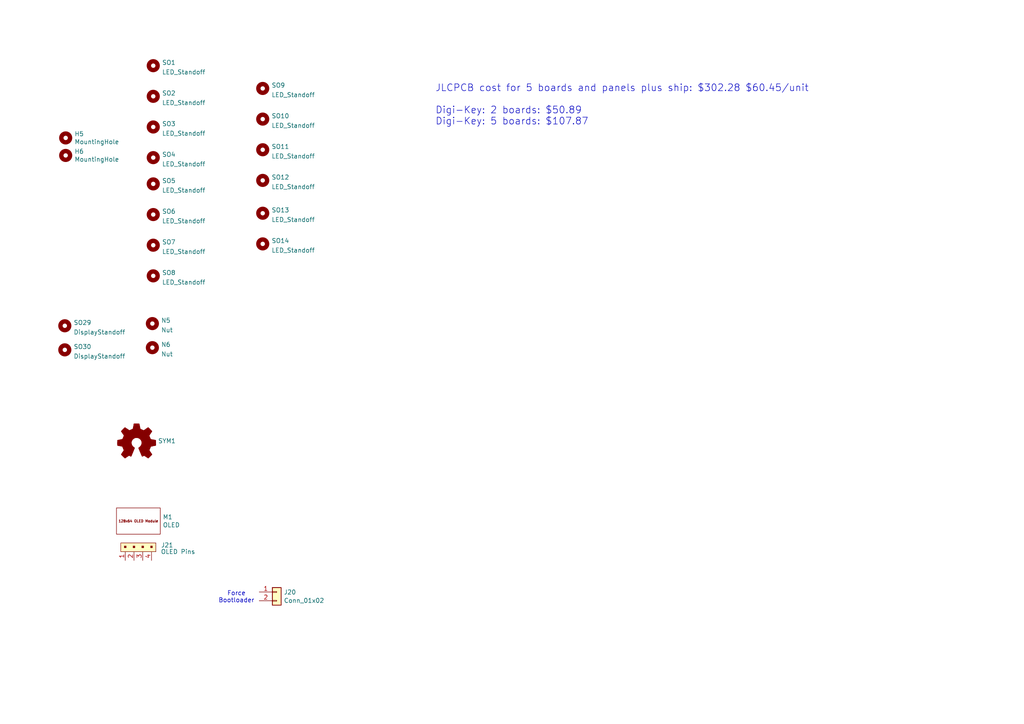
<source format=kicad_sch>
(kicad_sch (version 20231120) (generator "eeschema") (generator_version "8.0")
  (paper "A4")
  (title_block (title "Thor's Arsenal") (rev "0.2"))
  (lib_symbols
    (symbol "Connector_Generic:Conn_01x02" (pin_names (offset 1.016) hide)
      (property "Reference" "J" (at 0 2.54 0))
      (property "Value" "Conn_01x02" (at 0 -5.08 0))
      (symbol "Conn_01x02_1_1"
        (rectangle (start -1.27 -2.413) (end 0 -2.667) (stroke (width 0.1524)))
        (rectangle (start -1.27 0.127) (end 0 -0.127) (stroke (width 0.1524)))
        (rectangle (start -1.27 1.27) (end 1.27 -3.81) (stroke (width 0.254)) (fill (type background)))
        (pin passive line (at -5.08 0 0) (length 3.81) (name "Pin_1") (number "1"))
        (pin passive line (at -5.08 -2.54 0) (length 3.81) (name "Pin_2") (number "2"))
      )
    )
    (symbol "Graphic:Logo_Open_Hardware_Small" (in_bom no) (on_board no)
      (symbol "Logo_Open_Hardware_Small_0_1"
        (polyline (pts (xy 3.3528 -4.3434) (xy 3.302 -4.318) (xy 3.175 -4.2418) (xy 2.9972 -4.1148) (xy 2.7686 -3.9624) (xy 2.54 -3.81) (xy 2.3622 -3.7084) (xy 2.2352 -3.6068) (xy 2.1844 -3.5814) (xy 2.159 -3.6068) (xy 2.0574 -3.6576) (xy 1.905 -3.7338) (xy 1.8034 -3.7846) (xy 1.6764 -3.8354) (xy 1.6002 -3.8354) (xy 1.6002 -3.8354) (xy 1.5494 -3.7338) (xy 1.4732 -3.5306) (xy 1.3462 -3.302) (xy 1.2446 -3.0226) (xy 1.1176 -2.7178) (xy 0.9652 -2.413) (xy 0.8636 -2.1082) (xy 0.7366 -1.8288) (xy 0.6604 -1.6256) (xy 0.6096 -1.4732) (xy 0.5842 -1.397) (xy 0.5842 -1.397) (xy 0.6604 -1.3208) (xy 0.7874 -1.2446) (xy 1.0414 -1.016) (xy 1.2954 -0.6858) (xy 1.4478 -0.3302) (xy 1.524 0.0762) (xy 1.4732 0.4572) (xy 1.3208 0.8128) (xy 1.0668 1.143) (xy 0.762 1.3716) (xy 0.4064 1.524) (xy 0 1.5748) (xy -0.381 1.5494) (xy -0.7366 1.397) (xy -1.0668 1.143) (xy -1.2192 0.9906) (xy -1.397 0.6604) (xy -1.524 0.3048) (xy -1.524 0.2286) (xy -1.4986 -0.1778) (xy -1.397 -0.5334) (xy -1.1938 -0.8636) (xy -0.9144 -1.143) (xy -0.8636 -1.1684) (xy -0.7366 -1.27) (xy -0.635 -1.3462) (xy -0.5842 -1.397) (xy -1.0668 -2.5908) (xy -1.143 -2.794) (xy -1.2954 -3.1242) (xy -1.397 -3.4036) (xy -1.4986 -3.6322) (xy -1.5748 -3.7846) (xy -1.6002 -3.8354) (xy -1.6002 -3.8354) (xy -1.651 -3.8354) (xy -1.7272 -3.81) (xy -1.905 -3.7338) (xy -2.0066 -3.683) (xy -2.1336 -3.6068) (xy -2.2098 -3.5814) (xy -2.2606 -3.6068) (xy -2.3622 -3.683) (xy -2.54 -3.81) (xy -2.7686 -3.9624) (xy -2.9718 -4.0894) (xy -3.1496 -4.2164) (xy -3.302 -4.318) (xy -3.3528 -4.3434) (xy -3.3782 -4.3434) (xy -3.429 -4.318) (xy -3.5306 -4.2164) (xy -3.7084 -4.064) (xy -3.937 -3.8354) (xy -3.9624 -3.81) (xy -4.1656 -3.6068) (xy -4.318 -3.4544) (xy -4.4196 -3.3274) (xy -4.445 -3.2766) (xy -4.445 -3.2766) (xy -4.4196 -3.2258) (xy -4.318 -3.0734) (xy -4.2164 -2.8956) (xy -4.064 -2.667) (xy -3.6576 -2.0828) (xy -3.8862 -1.5494) (xy -3.937 -1.3716) (xy -4.0386 -1.1684) (xy -4.0894 -1.0414) (xy -4.1148 -0.9652) (xy -4.191 -0.9398) (xy -4.318 -0.9144) (xy -4.5466 -0.8636) (xy -4.8006 -0.8128) (xy -5.0546 -0.7874) (xy -5.2578 -0.7366) (xy -5.4356 -0.7112) (xy -5.5118 -0.6858) (xy -5.5118 -0.6858) (xy -5.5372 -0.635) (xy -5.5372 -0.5588) (xy -5.5372 -0.4318) (xy -5.5626 -0.2286) (xy -5.5626 0.0762) (xy -5.5626 0.127) (xy -5.5372 0.4064) (xy -5.5372 0.635) (xy -5.5372 0.762) (xy -5.5372 0.8382) (xy -5.5372 0.8382) (xy -5.461 0.8382) (xy -5.3086 0.889) (xy -5.08 0.9144) (xy -4.826 0.9652) (xy -4.8006 0.9906) (xy -4.5466 1.0414) (xy -4.318 1.0668) (xy -4.1656 1.1176) (xy -4.0894 1.143) (xy -4.0894 1.143) (xy -4.0386 1.2446) (xy -3.9624 1.4224) (xy -3.8608 1.6256) (xy -3.7846 1.8288) (xy -3.7084 2.0066) (xy -3.6576 2.159) (xy -3.6322 2.2098) (xy -3.6322 2.2098) (xy -3.683 2.286) (xy -3.7592 2.413) (xy -3.8862 2.5908) (xy -4.064 2.8194) (xy -4.064 2.8448) (xy -4.2164 3.0734) (xy -4.3434 3.2512) (xy -4.4196 3.3782) (xy -4.445 3.4544) (xy -4.445 3.4544) (xy -4.3942 3.5052) (xy -4.2926 3.6322) (xy -4.1148 3.81) (xy -3.937 4.0132) (xy -3.8608 4.064) (xy -3.6576 4.2926) (xy -3.5052 4.4196) (xy -3.4036 4.4958) (xy -3.3528 4.5212) (xy -3.3528 4.5212) (xy -3.302 4.4704) (xy -3.1496 4.3688) (xy -2.9718 4.2418) (xy -2.7432 4.0894) (xy -2.7178 4.0894) (xy -2.4892 3.937) (xy -2.3114 3.81) (xy -2.1844 3.7084) (xy -2.1336 3.683) (xy -2.1082 3.683) (xy -2.032 3.7084) (xy -1.8542 3.7592) (xy -1.6764 3.8354) (xy -1.4732 3.937) (xy -1.27 4.0132) (xy -1.143 4.064) (xy -1.0668 4.1148) (xy -1.0668 4.1148) (xy -1.0414 4.191) (xy -1.016 4.3434) (xy -0.9652 4.572) (xy -0.9144 4.8514) (xy -0.889 4.9022) (xy -0.8382 5.1562) (xy -0.8128 5.3848) (xy -0.7874 5.5372) (xy -0.762 5.588) (xy -0.7112 5.6134) (xy -0.5842 5.6134) (xy -0.4064 5.6134) (xy -0.1524 5.6134) (xy 0.0762 5.6134) (xy 0.3302 5.6134) (xy 0.5334 5.6134) (xy 0.6858 5.588) (xy 0.7366 5.588) (xy 0.7366 5.588) (xy 0.762 5.5118) (xy 0.8128 5.334) (xy 0.8382 5.1054) (xy 0.9144 4.826) (xy 0.9144 4.7752) (xy 0.9652 4.5212) (xy 1.016 4.2926) (xy 1.0414 4.1402) (xy 1.0668 4.0894) (xy 1.0668 4.0894) (xy 1.1938 4.0386) (xy 1.3716 3.9624) (xy 1.5748 3.8608) (xy 2.0828 3.6576) (xy 2.7178 4.0894) (xy 2.7686 4.1402) (xy 2.9972 4.2926) (xy 3.175 4.4196) (xy 3.302 4.4958) (xy 3.3782 4.5212) (xy 3.3782 4.5212) (xy 3.429 4.4704) (xy 3.556 4.3434) (xy 3.7338 4.191) (xy 3.9116 3.9878) (xy 4.064 3.8354) (xy 4.2418 3.6576) (xy 4.3434 3.556) (xy 4.4196 3.4798) (xy 4.4196 3.429) (xy 4.4196 3.4036) (xy 4.3942 3.3274) (xy 4.2926 3.2004) (xy 4.1656 2.9972) (xy 4.0132 2.794) (xy 3.8862 2.5908) (xy 3.7592 2.3876) (xy 3.6576 2.2352) (xy 3.6322 2.159) (xy 3.6322 2.1336) (xy 3.683 2.0066) (xy 3.7592 1.8288) (xy 3.8608 1.6002) (xy 4.064 1.1176) (xy 4.3942 1.0414) (xy 4.5974 1.016) (xy 4.8768 0.9652) (xy 5.1308 0.9144) (xy 5.5372 0.8382) (xy 5.5626 -0.6604) (xy 5.4864 -0.6858) (xy 5.4356 -0.6858) (xy 5.2832 -0.7366) (xy 5.0546 -0.762) (xy 4.8006 -0.8128) (xy 4.5974 -0.8636) (xy 4.3688 -0.9144) (xy 4.2164 -0.9398) (xy 4.1402 -0.9398) (xy 4.1148 -0.9652) (xy 4.064 -1.0668) (xy 3.9878 -1.2446) (xy 3.9116 -1.4478) (xy 3.81 -1.651) (xy 3.7338 -1.8542) (xy 3.683 -2.0066) (xy 3.6576 -2.0828) (xy 3.683 -2.1336) (xy 3.7846 -2.2606) (xy 3.8862 -2.4638) (xy 4.0386 -2.667) (xy 4.191 -2.8956) (xy 4.318 -3.0734) (xy 4.3942 -3.2004) (xy 4.445 -3.2766) (xy 4.4196 -3.3274) (xy 4.3434 -3.429) (xy 4.1656 -3.5814) (xy 3.937 -3.8354) (xy 3.8862 -3.8608) (xy 3.683 -4.064) (xy 3.5306 -4.2164) (xy 3.4036 -4.318) (xy 3.3528 -4.3434)) (fill (type outline)))
      )
    )
    (symbol "Mechanical:MountingHole" (pin_names (offset 1.016))
      (property "Reference" "H" (at 0 5.08 0))
      (property "Value" "MountingHole" (at 0 3.175 0))
      (symbol "MountingHole_0_1"
        (circle (center 0 0) (radius 1.27) (stroke (width 1.27)))
      )
    )
    (symbol "dk_Rectangular-Connectors-Headers-Male-Pins:0022232041" (pin_names (offset 1.016))
      (property "Reference" "J" (at -2.54 1.27 0))
      (property "Value" "dk_Rectangular-Connectors-Headers-Male-Pins_0022232041" (at 3.81 -3.81 0))
      (symbol "0022232041_1_1"
        (rectangle (start -1.27 0) (end 8.89 -2.54) (fill (type background)))
        (rectangle (start -0.254 -1.143) (end 0.254 -1.651) (fill (type outline)))
        (rectangle (start 2.286 -1.143) (end 2.794 -1.651) (fill (type outline)))
        (rectangle (start 4.826 -1.143) (end 5.334 -1.651) (fill (type outline)))
        (rectangle (start 7.366 -1.143) (end 7.874 -1.651) (fill (type outline)))
        (pin passive line (at 0 2.54 270) (length 2.54) (name "~") (number "1"))
        (pin passive line (at 2.54 2.54 270) (length 2.54) (name "~") (number "2"))
        (pin passive line (at 5.08 2.54 270) (length 2.54) (name "~") (number "3"))
        (pin passive line (at 7.62 2.54 270) (length 2.54) (name "~") (number "4"))
      )
    )
    (symbol "greenface-symbols:OLED_Module" (pin_names (offset 1.016))
      (property "Reference" "M" (at -6.35 10.16 0))
      (property "Value" "OLED_Module" (at 0 0 0))
      (symbol "OLED_Module_0_0"
        (text "128x64 OLED Module" (at 0 5.08 0) (effects (font (size 0.7112 0.7112))))
      )
      (symbol "OLED_Module_0_1"
        (rectangle (start -6.35 8.89) (end 6.35 1.27))
      )
    )
    (symbol "greenface:LED_Standoff" (pin_names (offset 1.016))
      (property "Reference" "SO" (at 0 5.08 0))
      (property "Value" "LED_Standoff" (at 0 3.175 0))
      (symbol "LED_Standoff_0_1"
        (circle (center 0 0) (radius 1.27) (stroke (width 1.27)))
      )
    )
  )
  (text "JLCPCB cost for 5 boards and panels plus ship: $302.28 $60.45/unit\n\nDigi-Key: 2 boards: $50.89\nDigi-Key: 5 boards: $107.87" (at 126.238 30.48 0) (effects (font (size 2 2)) (justify left)))
  (text "Force\nBootloader" (at 68.58 175.006 0) (effects (font (size 1.27 1.27)) (justify bottom)))
  (symbol (lib_id "greenface-symbols:OLED_Module") (at 40.132 156.21 0) (unit 1) (on_board no)
    (property "Reference" "M1" (at 47.1932 149.9616 0) (effects (justify left)))
    (property "Value" "OLED" (at 47.1932 152.273 0) (effects (justify left)))
    (property "URL" "https://www.amazon.com/gp/product/B072Q2X2LL/" (effects (hide yes)))
  )
  (symbol (lib_id "greenface:LED_Standoff") (at 76.2 52.324 0) (unit 1) (on_board no)
    (property "Reference" "SO12" (at 78.74 51.4155 0) (effects (justify left)))
    (property "Value" "LED_Standoff" (at 78.74 54.1906 0) (effects (justify left)))
    (property "Digi-Key Part" "732-11594-ND" (effects (hide yes)))
  )
  (symbol (lib_id "greenface:LED_Standoff") (at 44.196 100.838 0) (unit 1) (on_board no)
    (property "Reference" "N6" (at 46.736 99.9295 0) (effects (justify left)))
    (property "Value" "Nut" (at 46.736 102.7046 0) (effects (justify left)))
    (property "Digi-Key Part" "36-4687-ND" (effects (hide yes)))
  )
  (symbol (lib_id "greenface:LED_Standoff") (at 76.2 61.849 0) (unit 1) (on_board no)
    (property "Reference" "SO13" (at 78.74 60.9405 0) (effects (justify left)))
    (property "Value" "LED_Standoff" (at 78.74 63.7156 0) (effects (justify left)))
    (property "Digi-Key Part" "732-11594-ND" (effects (hide yes)))
  )
  (symbol (lib_id "greenface:LED_Standoff") (at 44.45 19.05 0) (unit 1) (on_board no)
    (property "Reference" "SO1" (at 46.99 18.1415 0) (effects (justify left)))
    (property "Value" "LED_Standoff" (at 46.99 20.9166 0) (effects (justify left)))
    (property "Digi-Key Part" "732-11594-ND" (effects (hide yes)))
  )
  (symbol (lib_id "Connector_Generic:Conn_01x02") (at 80.264 171.704 0) (unit 1) (on_board no)
    (property "Reference" "J20" (at 82.296 171.7618 0) (effects (justify left)))
    (property "Value" "Conn_01x02" (at 82.296 174.1861 0) (effects (justify left)))
    (property "Description" "Generic connector, single row, 01x02, script generated (kicad-library-utils/schlib/autogen/connector/)" (effects (hide yes)))
    (property "Digi-Key Part" "609-2997-ND" (effects (hide yes)))
  )
  (symbol (lib_id "greenface:LED_Standoff") (at 44.45 80.01 0) (unit 1) (on_board no)
    (property "Reference" "SO8" (at 46.99 79.1015 0) (effects (justify left)))
    (property "Value" "LED_Standoff" (at 46.99 81.8766 0) (effects (justify left)))
    (property "Digi-Key Part" "732-11594-ND" (effects (hide yes)))
  )
  (symbol (lib_id "greenface:LED_Standoff") (at 76.2 34.544 0) (unit 1) (on_board no)
    (property "Reference" "SO10" (at 78.74 33.6355 0) (effects (justify left)))
    (property "Value" "LED_Standoff" (at 78.74 36.4106 0) (effects (justify left)))
    (property "Digi-Key Part" "732-11594-ND" (effects (hide yes)))
  )
  (symbol (lib_id "greenface:LED_Standoff") (at 76.2 25.654 0) (unit 1) (on_board no)
    (property "Reference" "SO9" (at 78.74 24.7455 0) (effects (justify left)))
    (property "Value" "LED_Standoff" (at 78.74 27.5206 0) (effects (justify left)))
    (property "Digi-Key Part" "732-11594-ND" (effects (hide yes)))
  )
  (symbol (lib_id "greenface:LED_Standoff") (at 18.796 94.488 0) (unit 1) (on_board no)
    (property "Reference" "SO29" (at 21.336 93.5795 0) (effects (justify left)))
    (property "Value" "DisplayStandoff" (at 21.336 96.3546 0) (effects (justify left)))
    (property "Digi-Key Part" "732-13045-ND" (effects (hide yes)))
  )
  (symbol (lib_id "greenface:LED_Standoff") (at 44.196 93.853 0) (unit 1) (on_board no)
    (property "Reference" "N5" (at 46.736 92.9445 0) (effects (justify left)))
    (property "Value" "Nut" (at 46.736 95.7196 0) (effects (justify left)))
    (property "Digi-Key Part" "36-4687-ND" (effects (hide yes)))
  )
  (symbol (lib_id "greenface:LED_Standoff") (at 44.45 53.34 0) (unit 1) (on_board no)
    (property "Reference" "SO5" (at 46.99 52.4315 0) (effects (justify left)))
    (property "Value" "LED_Standoff" (at 46.99 55.2066 0) (effects (justify left)))
    (property "Digi-Key Part" "732-11594-ND" (effects (hide yes)))
  )
  (symbol (lib_id "greenface:LED_Standoff") (at 76.2 43.434 0) (unit 1) (on_board no)
    (property "Reference" "SO11" (at 78.74 42.5255 0) (effects (justify left)))
    (property "Value" "LED_Standoff" (at 78.74 45.3006 0) (effects (justify left)))
    (property "Digi-Key Part" "732-11594-ND" (effects (hide yes)))
  )
  (symbol (lib_id "greenface:LED_Standoff") (at 44.45 62.23 0) (unit 1) (on_board no)
    (property "Reference" "SO6" (at 46.99 61.3215 0) (effects (justify left)))
    (property "Value" "LED_Standoff" (at 46.99 64.0966 0) (effects (justify left)))
    (property "Digi-Key Part" "732-11594-ND" (effects (hide yes)))
  )
  (symbol (lib_id "greenface:LED_Standoff") (at 18.796 101.473 0) (unit 1) (on_board no)
    (property "Reference" "SO30" (at 21.336 100.5645 0) (effects (justify left)))
    (property "Value" "DisplayStandoff" (at 21.336 103.3396 0) (effects (justify left)))
    (property "Digi-Key Part" "732-13045-ND" (effects (hide yes)))
  )
  (symbol (lib_id "Mechanical:MountingHole") (at 19.05 45.085 0) (unit 1) (in_bom no)
    (property "Reference" "H6" (at 21.59 43.9166 0) (effects (justify left)))
    (property "Value" "MountingHole" (at 21.59 46.228 0) (effects (justify left)))
    (property "Footprint" "sputterizer:MountingHole_2.5mm-No-Margin" (effects (hide yes)))
  )
  (symbol (lib_id "dk_Rectangular-Connectors-Headers-Male-Pins:0022232041") (at 36.322 160.02 0) (mirror x) (unit 1) (on_board no)
    (property "Reference" "J21" (at 50.292 158.115 0) (effects (justify right)))
    (property "Value" "OLED Pins" (at 56.642 160.02 0) (effects (justify right)))
    (property "Datasheet" "https://mm.digikey.com/Volume0/opasdata/d220001/medias/docus/6129/mtlw-1xx-xx-xx-x-xxx-xx-xx-mkt1.pdf" (effects (hide yes)))
    (property "Digi-Key Part" "MTLW-104-05-G-S-170-ND" (effects (hide yes)))
  )
  (symbol (lib_id "greenface:LED_Standoff") (at 44.45 71.12 0) (unit 1) (on_board no)
    (property "Reference" "SO7" (at 46.99 70.2115 0) (effects (justify left)))
    (property "Value" "LED_Standoff" (at 46.99 72.9866 0) (effects (justify left)))
    (property "Digi-Key Part" "732-11594-ND" (effects (hide yes)))
  )
  (symbol (lib_id "greenface:LED_Standoff") (at 44.45 27.94 0) (unit 1) (on_board no)
    (property "Reference" "SO2" (at 46.99 27.0315 0) (effects (justify left)))
    (property "Value" "LED_Standoff" (at 46.99 29.8066 0) (effects (justify left)))
    (property "Digi-Key Part" "732-11594-ND" (effects (hide yes)))
  )
  (symbol (lib_id "greenface:LED_Standoff") (at 44.45 45.72 0) (unit 1) (on_board no)
    (property "Reference" "SO4" (at 46.99 44.8115 0) (effects (justify left)))
    (property "Value" "LED_Standoff" (at 46.99 47.5866 0) (effects (justify left)))
    (property "Digi-Key Part" "732-11594-ND" (effects (hide yes)))
  )
  (symbol (lib_id "greenface:LED_Standoff") (at 44.45 36.83 0) (unit 1) (on_board no)
    (property "Reference" "SO3" (at 46.99 35.9215 0) (effects (justify left)))
    (property "Value" "LED_Standoff" (at 46.99 38.6966 0) (effects (justify left)))
    (property "Digi-Key Part" "732-11594-ND" (effects (hide yes)))
  )
  (symbol (lib_id "greenface:LED_Standoff") (at 76.2 70.739 0) (unit 1) (on_board no)
    (property "Reference" "SO14" (at 78.74 69.8305 0) (effects (justify left)))
    (property "Value" "LED_Standoff" (at 78.74 72.6056 0) (effects (justify left)))
    (property "Digi-Key Part" "732-11594-ND" (effects (hide yes)))
  )
  (symbol (lib_id "Graphic:Logo_Open_Hardware_Small") (at 39.624 128.524 0) (unit 1) (exclude_from_sim yes) (in_bom no)
    (property "Reference" "SYM1" (at 45.8216 127.889 0) (effects (justify left)))
    (property "Value" "Logo_Open_Hardware_Small" (effects (hide yes)))
    (property "Footprint" "Symbol:OSHW-Logo2_7.3x6mm_SilkScreen" (effects (hide yes)))
    (property "Description" "Open Hardware logo, small" (effects (hide yes)))
  )
  (symbol (lib_id "Mechanical:MountingHole") (at 19.05 40.005 0) (unit 1) (in_bom no)
    (property "Reference" "H5" (at 21.59 38.8366 0) (effects (justify left)))
    (property "Value" "MountingHole" (at 21.59 41.148 0) (effects (justify left)))
    (property "Footprint" "sputterizer:MountingHole_2.5mm-No-Margin" (effects (hide yes)))
  )
)
</source>
